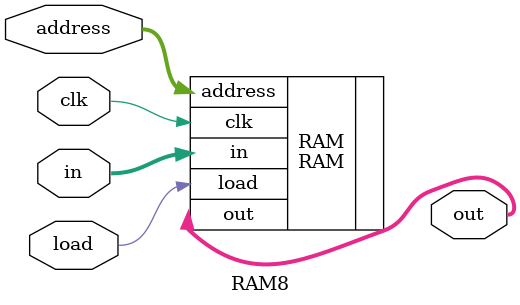
<source format=v>
module RAM8 (
  input wire clk, load,
  input wire [15:0] in,
  input wire [2:0] address,
  output wire [15:0] out
);

RAM #(.width(16), .k(3)) RAM(
  .clk(clk),
  .load(load),
  .in(in),
  .address(address),
  .out(out)
);

endmodule

</source>
